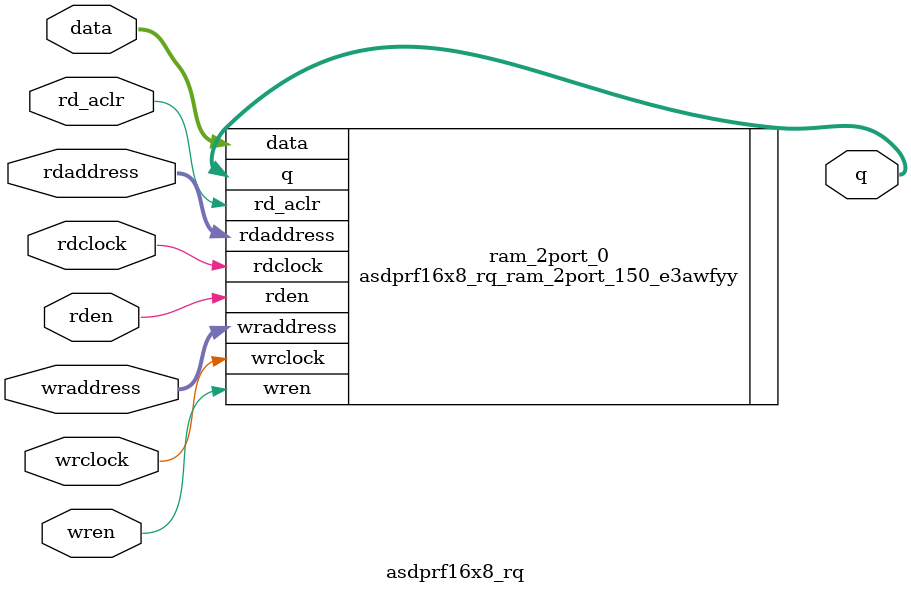
<source format=v>


`timescale 1 ps / 1 ps
module asdprf16x8_rq (
		input  wire [7:0] data,      //  ram_input.datain
		input  wire [3:0] wraddress, //           .wraddress
		input  wire [3:0] rdaddress, //           .rdaddress
		input  wire       wren,      //           .wren
		input  wire       wrclock,   //           .wrclock
		input  wire       rdclock,   //           .rdclock
		input  wire       rden,      //           .rden
		input  wire       rd_aclr,   //           .rd_aclr
		output wire [7:0] q          // ram_output.dataout
	);

	asdprf16x8_rq_ram_2port_150_e3awfyy ram_2port_0 (
		.data      (data),      //  ram_input.datain
		.wraddress (wraddress), //           .wraddress
		.rdaddress (rdaddress), //           .rdaddress
		.wren      (wren),      //           .wren
		.wrclock   (wrclock),   //           .wrclock
		.rdclock   (rdclock),   //           .rdclock
		.rden      (rden),      //           .rden
		.rd_aclr   (rd_aclr),   //           .rd_aclr
		.q         (q)          // ram_output.dataout
	);

endmodule

</source>
